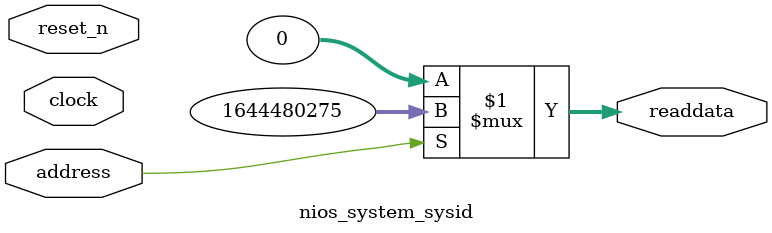
<source format=v>



// synthesis translate_off
`timescale 1ns / 1ps
// synthesis translate_on

// turn off superfluous verilog processor warnings 
// altera message_level Level1 
// altera message_off 10034 10035 10036 10037 10230 10240 10030 

module nios_system_sysid (
               // inputs:
                address,
                clock,
                reset_n,

               // outputs:
                readdata
             )
;

  output  [ 31: 0] readdata;
  input            address;
  input            clock;
  input            reset_n;

  wire    [ 31: 0] readdata;
  //control_slave, which is an e_avalon_slave
  assign readdata = address ? 1644480275 : 0;

endmodule



</source>
